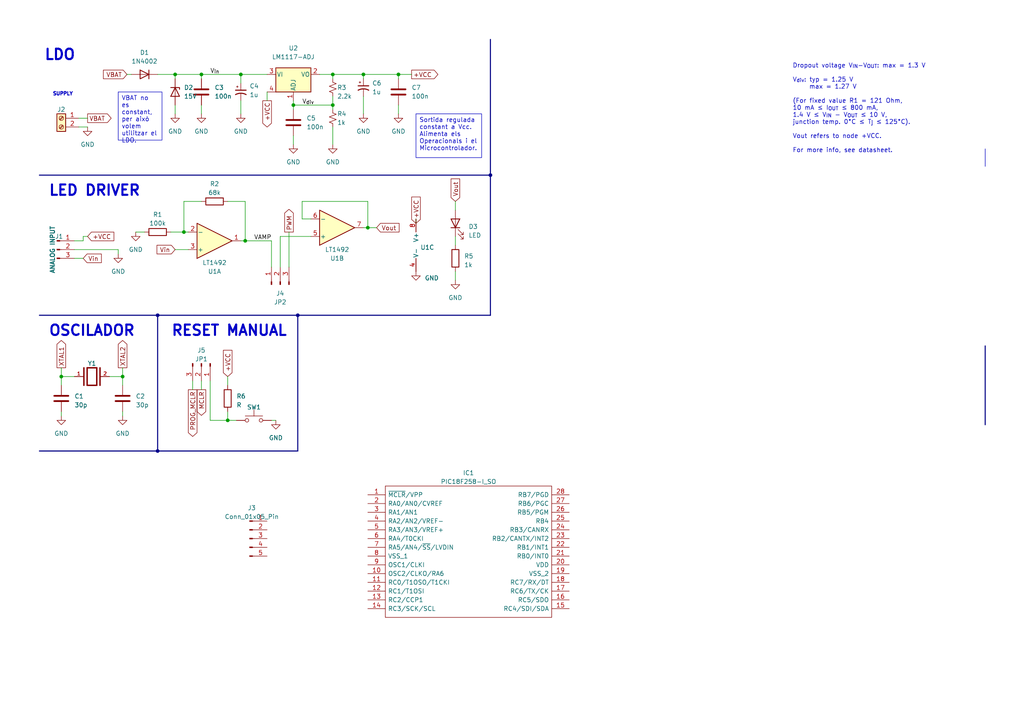
<source format=kicad_sch>
(kicad_sch (version 20230121) (generator eeschema)
  (paper "A4")
  (lib_symbols
    (symbol "ABLS2-16.000MHZ-D4Y-T:ABLS2-16.000MHZ-D4Y-T" (pin_names (offset 1.016))
      (property "Reference" "Y" (at -5.0878 3.8159 0))
      (property "Value" "ABLS2-16.000MHZ-D4Y-T" (at -5.0944 -5.0944 0))
      (symbol "ABLS2-16.000MHZ-D4Y-T_0_0"
        (polyline (pts (xy -2.3368 2.54) (xy -2.3368 -2.54)) (stroke (width 0.4064)))
        (polyline (pts (xy -1.397 2.54) (xy -1.397 -2.54)) (stroke (width 0.4064)))
        (polyline (pts (xy -1.397 2.54) (xy 1.397 2.54)) (stroke (width 0.4064)))
        (polyline (pts (xy 1.397 -2.54) (xy -1.397 -2.54)) (stroke (width 0.4064)))
        (polyline (pts (xy 1.397 2.54) (xy 1.397 -2.54)) (stroke (width 0.4064)))
        (polyline (pts (xy 2.3368 2.54) (xy 2.3368 -2.54)) (stroke (width 0.4064)))
        (pin passive line (at -5.08 0 0) (length 2.54) (name "~") (number "1"))
        (pin passive line (at 5.08 0 180) (length 2.54) (name "~") (number "2"))
      )
    )
    (symbol "Amplifier_Operational:LT1492" (pin_names (offset 0.127))
      (property "Reference" "U" (at 0 5.08 0))
      (property "Value" "LT1492" (at 0 -5.08 0))
      (symbol "LT1492_1_1"
        (polyline (pts (xy -5.08 5.08) (xy 5.08 0) (xy -5.08 -5.08) (xy -5.08 5.08)) (stroke (width 0.254)) (fill (type background)))
        (pin output line (at 7.62 0 180) (length 2.54) (name "~") (number "1"))
        (pin input line (at -7.62 -2.54 0) (length 2.54) (name "-") (number "2"))
        (pin input line (at -7.62 2.54 0) (length 2.54) (name "+") (number "3"))
      )
      (symbol "LT1492_2_1"
        (polyline (pts (xy -5.08 5.08) (xy 5.08 0) (xy -5.08 -5.08) (xy -5.08 5.08)) (stroke (width 0.254)) (fill (type background)))
        (pin input line (at -7.62 2.54 0) (length 2.54) (name "+") (number "5"))
        (pin input line (at -7.62 -2.54 0) (length 2.54) (name "-") (number "6"))
        (pin output line (at 7.62 0 180) (length 2.54) (name "~") (number "7"))
      )
      (symbol "LT1492_3_1"
        (pin power_in line (at -2.54 -7.62 90) (length 3.81) (name "V-") (number "4"))
        (pin power_in line (at -2.54 7.62 270) (length 3.81) (name "V+") (number "8"))
      )
    )
    (symbol "Connector:Conn_01x03_Pin" (pin_names (offset 1.016) hide)
      (property "Reference" "J" (at 0 5.08 0))
      (property "Value" "Conn_01x03_Pin" (at 0 -5.08 0))
      (symbol "Conn_01x03_Pin_1_1"
        (polyline (pts (xy 1.27 -2.54) (xy 0.8636 -2.54)) (stroke (width 0.1524)))
        (polyline (pts (xy 1.27 0) (xy 0.8636 0)) (stroke (width 0.1524)))
        (polyline (pts (xy 1.27 2.54) (xy 0.8636 2.54)) (stroke (width 0.1524)))
        (rectangle (start 0.8636 -2.413) (end 0 -2.667) (stroke (width 0.1524)) (fill (type outline)))
        (rectangle (start 0.8636 0.127) (end 0 -0.127) (stroke (width 0.1524)) (fill (type outline)))
        (rectangle (start 0.8636 2.667) (end 0 2.413) (stroke (width 0.1524)) (fill (type outline)))
        (pin passive line (at 5.08 2.54 180) (length 3.81) (name "Pin_1") (number "1"))
        (pin passive line (at 5.08 0 180) (length 3.81) (name "Pin_2") (number "2"))
        (pin passive line (at 5.08 -2.54 180) (length 3.81) (name "Pin_3") (number "3"))
      )
    )
    (symbol "Connector:Conn_01x05_Pin" (pin_names (offset 1.016) hide)
      (property "Reference" "J" (at 0 7.62 0))
      (property "Value" "Conn_01x05_Pin" (at 0 -7.62 0))
      (symbol "Conn_01x05_Pin_1_1"
        (polyline (pts (xy 1.27 -5.08) (xy 0.8636 -5.08)) (stroke (width 0.1524)))
        (polyline (pts (xy 1.27 -2.54) (xy 0.8636 -2.54)) (stroke (width 0.1524)))
        (polyline (pts (xy 1.27 0) (xy 0.8636 0)) (stroke (width 0.1524)))
        (polyline (pts (xy 1.27 2.54) (xy 0.8636 2.54)) (stroke (width 0.1524)))
        (polyline (pts (xy 1.27 5.08) (xy 0.8636 5.08)) (stroke (width 0.1524)))
        (rectangle (start 0.8636 -4.953) (end 0 -5.207) (stroke (width 0.1524)) (fill (type outline)))
        (rectangle (start 0.8636 -2.413) (end 0 -2.667) (stroke (width 0.1524)) (fill (type outline)))
        (rectangle (start 0.8636 0.127) (end 0 -0.127) (stroke (width 0.1524)) (fill (type outline)))
        (rectangle (start 0.8636 2.667) (end 0 2.413) (stroke (width 0.1524)) (fill (type outline)))
        (rectangle (start 0.8636 5.207) (end 0 4.953) (stroke (width 0.1524)) (fill (type outline)))
        (pin passive line (at 5.08 5.08 180) (length 3.81) (name "Pin_1") (number "1"))
        (pin passive line (at 5.08 2.54 180) (length 3.81) (name "Pin_2") (number "2"))
        (pin passive line (at 5.08 0 180) (length 3.81) (name "Pin_3") (number "3"))
        (pin passive line (at 5.08 -2.54 180) (length 3.81) (name "Pin_4") (number "4"))
        (pin passive line (at 5.08 -5.08 180) (length 3.81) (name "Pin_5") (number "5"))
      )
    )
    (symbol "Connector:Screw_Terminal_01x02" (pin_names (offset 1.016) hide)
      (property "Reference" "J" (at 0 2.54 0))
      (property "Value" "Screw_Terminal_01x02" (at 0 -5.08 0))
      (symbol "Screw_Terminal_01x02_1_1"
        (rectangle (start -1.27 1.27) (end 1.27 -3.81) (stroke (width 0.254)) (fill (type background)))
        (circle (center 0 -2.54) (radius 0.635) (stroke (width 0.1524)))
        (polyline (pts (xy -0.5334 -2.2098) (xy 0.3302 -3.048)) (stroke (width 0.1524)))
        (polyline (pts (xy -0.5334 0.3302) (xy 0.3302 -0.508)) (stroke (width 0.1524)))
        (polyline (pts (xy -0.3556 -2.032) (xy 0.508 -2.8702)) (stroke (width 0.1524)))
        (polyline (pts (xy -0.3556 0.508) (xy 0.508 -0.3302)) (stroke (width 0.1524)))
        (circle (center 0 0) (radius 0.635) (stroke (width 0.1524)))
        (pin passive line (at -5.08 0 0) (length 3.81) (name "Pin_1") (number "1"))
        (pin passive line (at -5.08 -2.54 0) (length 3.81) (name "Pin_2") (number "2"))
      )
    )
    (symbol "Device:C" (pin_numbers hide) (pin_names (offset 0.254))
      (property "Reference" "C" (at 0.635 2.54 0))
      (property "Value" "C" (at 0.635 -2.54 0))
      (symbol "C_0_1"
        (polyline (pts (xy -2.032 -0.762) (xy 2.032 -0.762)) (stroke (width 0.508)))
        (polyline (pts (xy -2.032 0.762) (xy 2.032 0.762)) (stroke (width 0.508)))
      )
      (symbol "C_1_1"
        (pin passive line (at 0 3.81 270) (length 2.794) (name "~") (number "1"))
        (pin passive line (at 0 -3.81 90) (length 2.794) (name "~") (number "2"))
      )
    )
    (symbol "Device:C_Polarized_Small_US" (pin_numbers hide) (pin_names (offset 0.254) hide)
      (property "Reference" "C" (at 0.254 1.778 0))
      (property "Value" "C_Polarized_Small_US" (at 0.254 -2.032 0))
      (symbol "C_Polarized_Small_US_0_1"
        (polyline (pts (xy -1.524 0.508) (xy 1.524 0.508)) (stroke (width 0.3048)))
        (polyline (pts (xy -1.27 1.524) (xy -0.762 1.524)))
        (polyline (pts (xy -1.016 1.27) (xy -1.016 1.778)))
        (arc (start 1.524 -0.762) (mid 0 -0.3734) (end -1.524 -0.762) (stroke (width 0.3048)))
      )
      (symbol "C_Polarized_Small_US_1_1"
        (pin passive line (at 0 2.54 270) (length 2.032) (name "~") (number "1"))
        (pin passive line (at 0 -2.54 90) (length 2.032) (name "~") (number "2"))
      )
    )
    (symbol "Device:D_Zener" (pin_numbers hide) (pin_names (offset 1.016) hide)
      (property "Reference" "D" (at 0 2.54 0))
      (property "Value" "D_Zener" (at 0 -2.54 0))
      (symbol "D_Zener_0_1"
        (polyline (pts (xy 1.27 0) (xy -1.27 0)))
        (polyline (pts (xy -1.27 -1.27) (xy -1.27 1.27) (xy -0.762 1.27)) (stroke (width 0.254)))
        (polyline (pts (xy 1.27 -1.27) (xy 1.27 1.27) (xy -1.27 0) (xy 1.27 -1.27)) (stroke (width 0.254)))
      )
      (symbol "D_Zener_1_1"
        (pin passive line (at -3.81 0 0) (length 2.54) (name "K") (number "1"))
        (pin passive line (at 3.81 0 180) (length 2.54) (name "A") (number "2"))
      )
    )
    (symbol "Device:LED" (pin_numbers hide) (pin_names (offset 1.016) hide)
      (property "Reference" "D" (at 0 2.54 0))
      (property "Value" "LED" (at 0 -2.54 0))
      (symbol "LED_0_1"
        (polyline (pts (xy -1.27 -1.27) (xy -1.27 1.27)) (stroke (width 0.254)))
        (polyline (pts (xy -1.27 0) (xy 1.27 0)))
        (polyline (pts (xy 1.27 -1.27) (xy 1.27 1.27) (xy -1.27 0) (xy 1.27 -1.27)) (stroke (width 0.254)))
        (polyline (pts (xy -3.048 -0.762) (xy -4.572 -2.286) (xy -3.81 -2.286) (xy -4.572 -2.286) (xy -4.572 -1.524)))
        (polyline (pts (xy -1.778 -0.762) (xy -3.302 -2.286) (xy -2.54 -2.286) (xy -3.302 -2.286) (xy -3.302 -1.524)))
      )
      (symbol "LED_1_1"
        (pin passive line (at -3.81 0 0) (length 2.54) (name "K") (number "1"))
        (pin passive line (at 3.81 0 180) (length 2.54) (name "A") (number "2"))
      )
    )
    (symbol "Device:R" (pin_numbers hide) (pin_names (offset 0))
      (property "Reference" "R" (at 2.032 0 90))
      (property "Value" "R" (at 0 0 90))
      (symbol "R_0_1"
        (rectangle (start -1.016 -2.54) (end 1.016 2.54) (stroke (width 0.254)))
      )
      (symbol "R_1_1"
        (pin passive line (at 0 3.81 270) (length 1.27) (name "~") (number "1"))
        (pin passive line (at 0 -3.81 90) (length 1.27) (name "~") (number "2"))
      )
    )
    (symbol "Device:R_Small_US" (pin_numbers hide) (pin_names (offset 0.254) hide)
      (property "Reference" "R" (at 0.762 0.508 0))
      (property "Value" "R_Small_US" (at 0.762 -1.016 0))
      (symbol "R_Small_US_1_1"
        (polyline (pts (xy 0 0) (xy 1.016 -0.381) (xy 0 -0.762) (xy -1.016 -1.143) (xy 0 -1.524)))
        (polyline (pts (xy 0 1.524) (xy 1.016 1.143) (xy 0 0.762) (xy -1.016 0.381) (xy 0 0)))
        (pin passive line (at 0 2.54 270) (length 1.016) (name "~") (number "1"))
        (pin passive line (at 0 -2.54 90) (length 1.016) (name "~") (number "2"))
      )
    )
    (symbol "Diode:1N4002" (pin_numbers hide) (pin_names hide)
      (property "Reference" "D" (at 0 2.54 0))
      (property "Value" "1N4002" (at 0 -2.54 0))
      (symbol "1N4002_0_1"
        (polyline (pts (xy -1.27 1.27) (xy -1.27 -1.27)) (stroke (width 0.254)))
        (polyline (pts (xy 1.27 0) (xy -1.27 0)))
        (polyline (pts (xy 1.27 1.27) (xy 1.27 -1.27) (xy -1.27 0) (xy 1.27 1.27)) (stroke (width 0.254)))
      )
      (symbol "1N4002_1_1"
        (pin passive line (at -3.81 0 0) (length 2.54) (name "K") (number "1"))
        (pin passive line (at 3.81 0 180) (length 2.54) (name "A") (number "2"))
      )
    )
    (symbol "PIC18F258-I_SO:PIC18F258-I_SO" (pin_names (offset 0.762))
      (property "Reference" "IC" (at 54.61 7.62 0))
      (property "Value" "PIC18F258-I_SO" (at 54.61 5.08 0))
      (symbol "PIC18F258-I_SO_0_0"
        (pin passive line (at 0 0 0) (length 5.08) (name "~{MCLR}/VPP") (number "1"))
        (pin passive line (at 0 -22.86 0) (length 5.08) (name "OSC2/CLKO/RA6") (number "10"))
        (pin passive line (at 0 -25.4 0) (length 5.08) (name "RC0/T1OSO/T1CKI") (number "11"))
        (pin passive line (at 0 -27.94 0) (length 5.08) (name "RC1/T1OSI") (number "12"))
        (pin passive line (at 0 -30.48 0) (length 5.08) (name "RC2/CCP1") (number "13"))
        (pin passive line (at 0 -33.02 0) (length 5.08) (name "RC3/SCK/SCL") (number "14"))
        (pin passive line (at 58.42 -33.02 180) (length 5.08) (name "RC4/SDI/SDA") (number "15"))
        (pin passive line (at 58.42 -30.48 180) (length 5.08) (name "RC5/SDO") (number "16"))
        (pin passive line (at 58.42 -27.94 180) (length 5.08) (name "RC6/TX/CK") (number "17"))
        (pin passive line (at 58.42 -25.4 180) (length 5.08) (name "RC7/RX/DT") (number "18"))
        (pin passive line (at 58.42 -22.86 180) (length 5.08) (name "VSS_2") (number "19"))
        (pin passive line (at 0 -2.54 0) (length 5.08) (name "RA0/AN0/CVREF") (number "2"))
        (pin passive line (at 58.42 -20.32 180) (length 5.08) (name "VDD") (number "20"))
        (pin passive line (at 58.42 -17.78 180) (length 5.08) (name "RB0/INT0") (number "21"))
        (pin passive line (at 58.42 -15.24 180) (length 5.08) (name "RB1/INT1") (number "22"))
        (pin passive line (at 58.42 -12.7 180) (length 5.08) (name "RB2/CANTX/INT2") (number "23"))
        (pin passive line (at 58.42 -10.16 180) (length 5.08) (name "RB3/CANRX") (number "24"))
        (pin passive line (at 58.42 -7.62 180) (length 5.08) (name "RB4") (number "25"))
        (pin passive line (at 58.42 -5.08 180) (length 5.08) (name "RB5/PGM") (number "26"))
        (pin passive line (at 58.42 -2.54 180) (length 5.08) (name "RB6/PGC") (number "27"))
        (pin passive line (at 58.42 0 180) (length 5.08) (name "RB7/PGD") (number "28"))
        (pin passive line (at 0 -5.08 0) (length 5.08) (name "RA1/AN1") (number "3"))
        (pin passive line (at 0 -7.62 0) (length 5.08) (name "RA2/AN2/VREF-") (number "4"))
        (pin passive line (at 0 -10.16 0) (length 5.08) (name "RA3/AN3/VREF+") (number "5"))
        (pin passive line (at 0 -12.7 0) (length 5.08) (name "RA4/T0CKI") (number "6"))
        (pin passive line (at 0 -15.24 0) (length 5.08) (name "RA5/AN4/~{SS}/LVDIN") (number "7"))
        (pin passive line (at 0 -17.78 0) (length 5.08) (name "VSS_1") (number "8"))
        (pin passive line (at 0 -20.32 0) (length 5.08) (name "OSC1/CLKI") (number "9"))
      )
      (symbol "PIC18F258-I_SO_0_1"
        (polyline (pts (xy 5.08 2.54) (xy 53.34 2.54) (xy 53.34 -35.56) (xy 5.08 -35.56) (xy 5.08 2.54)) (stroke (width 0.1524)))
      )
    )
    (symbol "Regulator_Linear:LM1117-ADJ" (pin_names (offset 0.254))
      (property "Reference" "U2" (at 0 7.62 0))
      (property "Value" "LM1117-ADJ" (at 0 5.08 0))
      (symbol "LM1117-ADJ_0_1"
        (rectangle (start -5.08 -5.08) (end 5.08 1.905) (stroke (width 0.254)) (fill (type background)))
      )
      (symbol "LM1117-ADJ_1_1"
        (pin input line (at 0 -7.62 90) (length 2.54) (name "ADJ") (number "1"))
        (pin power_out line (at 7.62 0 180) (length 2.54) (name "VO") (number "2"))
        (pin power_in line (at -7.62 0 0) (length 2.54) (name "VI") (number "3"))
        (pin passive line (at -7.62 -5.08 0) (length 2.54) (name "") (number "4"))
      )
    )
    (symbol "Switch:SW_Push" (pin_numbers hide) (pin_names (offset 1.016) hide)
      (property "Reference" "SW" (at 1.27 2.54 0))
      (property "Value" "SW_Push" (at 0 -1.524 0))
      (symbol "SW_Push_0_1"
        (circle (center -2.032 0) (radius 0.508))
        (polyline (pts (xy 0 1.27) (xy 0 3.048)))
        (polyline (pts (xy 2.54 1.27) (xy -2.54 1.27)))
        (circle (center 2.032 0) (radius 0.508))
        (pin passive line (at -5.08 0 0) (length 2.54) (name "1") (number "1"))
        (pin passive line (at 5.08 0 180) (length 2.54) (name "2") (number "2"))
      )
    )
    (symbol "power:GND" (power) (pin_names (offset 0))
      (property "Value" "GND" (at 0 -3.81 0))
      (symbol "GND_0_1"
        (polyline (pts (xy 0 0) (xy 0 -1.27) (xy 1.27 -1.27) (xy 0 -2.54) (xy -1.27 -1.27) (xy 0 -1.27)))
      )
      (symbol "GND_1_1"
        (pin power_in line (at 0 0 270) (length 0) hide (name "GND") (number "1"))
      )
    )
  )
  (junction (at 71.12 69.85))
  (junction (at 45.72 130.81))
  (junction (at 142.24 50.8))
  (junction (at 96.52 21.59))
  (junction (at 53.34 67.31))
  (junction (at 106.68 66.04))
  (junction (at 85.09 30.48))
  (junction (at 96.52 30.48))
  (junction (at 86.36 91.44))
  (junction (at 66.04 121.92))
  (junction (at 69.85 21.59))
  (junction (at 50.8 21.59))
  (junction (at 17.78 109.22))
  (junction (at 58.42 21.59))
  (junction (at 35.56 109.22))
  (junction (at 115.57 21.59))
  (junction (at 45.72 91.44))
  (junction (at 105.41 21.59))
  (wire (pts (xy 81.28 68.58) (xy 81.28 77.47)))
  (bus (pts (xy 142.24 11.43) (xy 142.24 50.8)))
  (wire (pts (xy 34.29 72.39) (xy 34.29 73.66)))
  (wire (pts (xy 50.8 72.39) (xy 54.61 72.39)))
  (wire (pts (xy 96.52 21.59) (xy 96.52 22.86)))
  (wire (pts (xy 24.13 69.85) (xy 24.13 68.58)))
  (wire (pts (xy 69.85 69.85) (xy 71.12 69.85)))
  (wire (pts (xy 54.61 67.31) (xy 53.34 67.31)))
  (wire (pts (xy 60.96 110.49) (xy 60.96 121.92)))
  (wire (pts (xy 35.56 109.22) (xy 35.56 111.76)))
  (wire (pts (xy 115.57 21.59) (xy 119.38 21.59)))
  (bus (pts (xy 45.72 91.44) (xy 86.36 91.44)))
  (wire (pts (xy 69.85 21.59) (xy 77.47 21.59)))
  (wire (pts (xy 106.68 58.42) (xy 106.68 66.04)))
  (bus (pts (xy 11.43 130.81) (xy 45.72 130.81)))
  (wire (pts (xy 96.52 21.59) (xy 105.41 21.59)))
  (wire (pts (xy 78.74 69.85) (xy 78.74 77.47)))
  (wire (pts (xy 17.78 109.22) (xy 17.78 111.76)))
  (wire (pts (xy 50.8 21.59) (xy 50.8 22.86)))
  (wire (pts (xy 105.41 21.59) (xy 115.57 21.59)))
  (wire (pts (xy 31.75 109.22) (xy 35.56 109.22)))
  (wire (pts (xy 105.41 27.94) (xy 105.41 33.02)))
  (wire (pts (xy 53.34 58.42) (xy 58.42 58.42)))
  (bus (pts (xy 285.75 100.33) (xy 285.75 123.19)))
  (wire (pts (xy 17.78 119.38) (xy 17.78 120.65)))
  (bus (pts (xy 86.36 91.44) (xy 86.36 130.81)))
  (wire (pts (xy 115.57 21.59) (xy 115.57 22.86)))
  (bus (pts (xy 142.24 50.8) (xy 142.24 91.44)))
  (wire (pts (xy 60.96 121.92) (xy 66.04 121.92)))
  (wire (pts (xy 96.52 30.48) (xy 96.52 31.75)))
  (wire (pts (xy 17.78 109.22) (xy 21.59 109.22)))
  (wire (pts (xy 106.68 66.04) (xy 109.22 66.04)))
  (wire (pts (xy 66.04 111.76) (xy 66.04 109.22)))
  (wire (pts (xy 35.56 119.38) (xy 35.56 120.65)))
  (wire (pts (xy 58.42 21.59) (xy 69.85 21.59)))
  (wire (pts (xy 77.47 29.21) (xy 77.47 26.67)))
  (bus (pts (xy 11.43 50.8) (xy 142.24 50.8)))
  (wire (pts (xy 55.88 110.49) (xy 55.88 113.03)))
  (wire (pts (xy 115.57 30.48) (xy 115.57 33.02)))
  (wire (pts (xy 87.63 58.42) (xy 87.63 63.5)))
  (bus (pts (xy 86.36 91.44) (xy 142.24 91.44)))
  (wire (pts (xy 87.63 58.42) (xy 106.68 58.42)))
  (bus (pts (xy 45.72 130.81) (xy 86.36 130.81)))
  (wire (pts (xy 83.82 67.31) (xy 83.82 77.47)))
  (wire (pts (xy 105.41 66.04) (xy 106.68 66.04)))
  (wire (pts (xy 71.12 58.42) (xy 71.12 69.85)))
  (wire (pts (xy 17.78 106.68) (xy 17.78 109.22)))
  (bus (pts (xy 45.72 91.44) (xy 45.72 130.81)))
  (wire (pts (xy 120.65 64.77) (xy 120.65 63.5)))
  (wire (pts (xy 69.85 29.21) (xy 69.85 33.02)))
  (wire (pts (xy 24.13 68.58) (xy 25.4 68.58)))
  (wire (pts (xy 66.04 58.42) (xy 71.12 58.42)))
  (wire (pts (xy 96.52 36.83) (xy 96.52 41.91)))
  (bus (pts (xy 11.43 91.44) (xy 45.72 91.44)))
  (wire (pts (xy 21.59 69.85) (xy 24.13 69.85)))
  (wire (pts (xy 81.28 68.58) (xy 90.17 68.58)))
  (wire (pts (xy 85.09 29.21) (xy 85.09 30.48)))
  (wire (pts (xy 85.09 30.48) (xy 85.09 31.75)))
  (wire (pts (xy 78.74 121.92) (xy 80.01 121.92)))
  (wire (pts (xy 58.42 110.49) (xy 58.42 113.03)))
  (wire (pts (xy 36.83 21.59) (xy 38.1 21.59)))
  (wire (pts (xy 49.53 67.31) (xy 53.34 67.31)))
  (wire (pts (xy 50.8 21.59) (xy 58.42 21.59)))
  (wire (pts (xy 21.59 72.39) (xy 34.29 72.39)))
  (wire (pts (xy 85.09 30.48) (xy 96.52 30.48)))
  (wire (pts (xy 35.56 106.68) (xy 35.56 109.22)))
  (wire (pts (xy 25.4 34.29) (xy 22.86 34.29)))
  (wire (pts (xy 90.17 63.5) (xy 87.63 63.5)))
  (wire (pts (xy 71.12 69.85) (xy 78.74 69.85)))
  (wire (pts (xy 96.52 27.94) (xy 96.52 30.48)))
  (wire (pts (xy 21.59 74.93) (xy 24.13 74.93)))
  (wire (pts (xy 39.37 67.31) (xy 41.91 67.31)))
  (polyline (pts (xy 285.75 43.18) (xy 285.75 48.26)))
  (wire (pts (xy 105.41 21.59) (xy 105.41 22.86)))
  (wire (pts (xy 66.04 121.92) (xy 68.58 121.92)))
  (wire (pts (xy 69.85 21.59) (xy 69.85 24.13)))
  (wire (pts (xy 85.09 39.37) (xy 85.09 41.91)))
  (wire (pts (xy 58.42 21.59) (xy 58.42 22.86)))
  (wire (pts (xy 66.04 121.92) (xy 66.04 119.38)))
  (wire (pts (xy 45.72 21.59) (xy 50.8 21.59)))
  (wire (pts (xy 25.4 36.83) (xy 22.86 36.83)))
  (wire (pts (xy 132.08 58.42) (xy 132.08 60.96)))
  (wire (pts (xy 132.08 78.74) (xy 132.08 81.28)))
  (wire (pts (xy 50.8 30.48) (xy 50.8 33.02)))
  (wire (pts (xy 53.34 67.31) (xy 53.34 58.42)))
  (wire (pts (xy 132.08 68.58) (xy 132.08 71.12)))
  (wire (pts (xy 58.42 30.48) (xy 58.42 33.02)))
  (wire (pts (xy 92.71 21.59) (xy 96.52 21.59)))
  (text_box "VBAT no es constant, per això volem utilitzar el LDO." (at 34.29 26.67 0) (size 12.7 13.97) (effects (font (size 1.27 1.27)) (justify left top)))
  (text_box "Sortida regulada constant a Vcc. Alimenta els Operacionals i el Microcontrolador." (at 120.65 33.02 0) (size 19.05 12.7) (effects (font (size 1.27 1.27)) (justify left top)))
  (text "Dropout voltage V_{IN}-V_{OUT}: max = 1.3 V\n\nV_{div}: typ = 1.25 V\n	max = 1.27 V\n\n(For fixed value R1 = 121 Ohm,\n10 mA ≤ I_{OUT} ≤ 800 mA,\n1.4 V ≤ V_{IN} - V_{OUT} ≤ 10 V,\njunction temp. 0°C ≤ T_{j} ≤ 125°C).\n\nVout refers to node +VCC.\n\nFor more info, see datasheet." (at 229.87 44.45 0) (effects (font (size 1.27 1.27)) (justify left bottom)))
  (text "RESET MANUAL" (at 49.53 97.79 0) (effects (font (size 3 3) bold) (justify left bottom)))
  (text "OSCILADOR" (at 13.97 97.79 0) (effects (font (size 3 3) bold) (justify left bottom)))
  (text "SUPPLY" (at 15.24 27.94 0) (effects (font (size 1 1) (thickness 0.6) bold) (justify left bottom)))
  (text "LED DRIVER" (at 13.97 57.15 0) (effects (font (size 3 3) bold) (justify left bottom)))
  (text "LDO" (at 12.7 17.78 0) (effects (font (size 3 3) bold) (justify left bottom)))
  (label "V_{in}" (at 60.96 21.59 0))
  (label "VAMP" (at 73.66 69.85 0))
  (label "V_{div}" (at 87.63 30.48 0))
  (global_label "PWM" (shape output) (at 83.82 67.31 90) (property "Intersheetrefs" "${INTERSHEET_REFS}" (effects hide)))
  (global_label "XTAL1" (shape output) (at 17.78 106.68 90) (property "Intersheetrefs" "${INTERSHEET_REFS}" (effects hide)))
  (global_label "VBAT" (shape input) (at 36.83 21.59 180) (property "Intersheetrefs" "${INTERSHEET_REFS}" (effects hide)))
  (global_label "+VCC" (shape output) (at 119.38 21.59 0) (property "Intersheetrefs" "${INTERSHEET_REFS}" (effects hide)))
  (global_label "MCLR" (shape output) (at 58.42 113.03 270) (property "Intersheetrefs" "${INTERSHEET_REFS}" (effects hide)))
  (global_label "XTAL2" (shape output) (at 35.56 106.68 90) (property "Intersheetrefs" "${INTERSHEET_REFS}" (effects hide)))
  (global_label "+VCC" (shape input) (at 66.04 109.22 90) (property "Intersheetrefs" "${INTERSHEET_REFS}" (effects hide)))
  (global_label "PROG_MCLR" (shape output) (at 55.88 113.03 270) (property "Intersheetrefs" "${INTERSHEET_REFS}" (effects hide)))
  (global_label "Vin" (shape input) (at 50.8 72.39 180) (property "Intersheetrefs" "${INTERSHEET_REFS}" (effects hide)))
  (global_label "Vin" (shape input) (at 24.13 74.93 0) (property "Intersheetrefs" "${INTERSHEET_REFS}" (effects hide)))
  (global_label "+VCC" (shape input) (at 120.65 64.77 90) (property "Intersheetrefs" "${INTERSHEET_REFS}" (effects hide)))
  (global_label "Vout" (shape input) (at 132.08 58.42 90) (property "Intersheetrefs" "${INTERSHEET_REFS}" (effects hide)))
  (global_label "VBAT" (shape output) (at 25.4 34.29 0) (property "Intersheetrefs" "${INTERSHEET_REFS}" (effects hide)))
  (global_label "+VCC" (shape output) (at 77.47 29.21 270) (property "Intersheetrefs" "${INTERSHEET_REFS}" (effects hide)))
  (global_label "Vout" (shape input) (at 109.22 66.04 0) (property "Intersheetrefs" "${INTERSHEET_REFS}" (effects hide)))
  (global_label "+VCC" (shape input) (at 25.4 68.58 0) (property "Intersheetrefs" "${INTERSHEET_REFS}" (effects hide)))
  (symbol (lib_id "power:GND") (at 17.78 120.65 0) (unit 1)
    (property "Reference" "#PWR01" (effects hide))
    (property "Value" "GND" (at 17.78 125.73 0))
  )
  (symbol (lib_id "power:GND") (at 120.65 78.74 0) (unit 1)
    (property "Reference" "#PWR06" (effects hide))
    (property "Value" "GND" (at 123.19 80.645 0) (effects (justify left)))
  )
  (symbol (lib_id "power:GND") (at 35.56 120.65 0) (unit 1)
    (property "Reference" "#PWR02" (effects hide))
    (property "Value" "GND" (at 35.56 125.73 0))
  )
  (symbol (lib_id "Connector:Conn_01x03_Pin") (at 81.28 82.55 90) (unit 1)
    (property "Reference" "J4" (at 81.28 85.09 90))
    (property "Value" "JP2" (at 81.28 87.63 90))
  )
  (symbol (lib_id "Device:C") (at 85.09 35.56 0) (unit 1)
    (property "Reference" "C5" (at 88.9 34.2899 0) (effects (justify left)))
    (property "Value" "100n" (at 88.9 36.8299 0) (effects (justify left)))
    (property "Footprint" "Capacitor_SMD:C_0805_2012Metric" (effects hide))
  )
  (symbol (lib_id "power:GND") (at 25.4 36.83 0) (unit 1)
    (property "Reference" "#PWR03" (effects hide))
    (property "Value" "GND" (at 25.4 41.91 0))
  )
  (symbol (lib_id "power:GND") (at 50.8 33.02 0) (unit 1)
    (property "Reference" "#PWR05" (effects hide))
    (property "Value" "GND" (at 50.8 38.1 0))
  )
  (symbol (lib_id "Amplifier_Operational:LT1492") (at 97.79 66.04 0) (mirror x) (unit 2)
    (property "Reference" "U1" (at 97.79 74.93 0))
    (property "Value" "LT1492" (at 97.79 72.39 0))
    (property "Footprint" "Package_SO:SOIC-8_3.9x4.9mm_P1.27mm" (effects hide))
    (property "Datasheet" "https://www.analog.com/media/en/technical-documentation/data-sheets/14923f.pdf" (effects hide))
  )
  (symbol (lib_id "Device:C") (at 17.78 115.57 0) (unit 1)
    (property "Reference" "C1" (at 21.59 114.935 0) (effects (justify left)))
    (property "Value" "30p" (at 21.59 117.475 0) (effects (justify left)))
    (property "Footprint" "Capacitor_SMD:C_0805_2012Metric" (effects hide))
  )
  (symbol (lib_id "Connector:Conn_01x03_Pin") (at 58.42 105.41 270) (unit 1)
    (property "Reference" "J5" (at 58.42 101.6 90))
    (property "Value" "JP1" (at 58.42 104.14 90))
  )
  (symbol (lib_id "Amplifier_Operational:LT1492") (at 123.19 71.12 0) (unit 3)
    (property "Reference" "U1" (at 121.92 71.755 0) (effects (justify left)))
    (property "Value" "LT1492" (effects hide))
    (property "Footprint" "Package_SO:SOIC-8_3.9x4.9mm_P1.27mm" (effects hide))
    (property "Datasheet" "https://www.analog.com/media/en/technical-documentation/data-sheets/14923f.pdf" (effects hide))
  )
  (symbol (lib_id "Diode:1N4002") (at 41.91 21.59 0) (mirror y) (unit 1)
    (property "Reference" "D1" (at 41.91 15.24 0))
    (property "Value" "1N4002" (at 41.91 17.78 0))
    (property "Footprint" "Diode_THT:D_DO-41_SOD81_P10.16mm_Horizontal" (effects hide))
    (property "Datasheet" "http://www.vishay.com/docs/88503/1n4001.pdf" (effects hide))
  )
  (symbol (lib_id "Device:R") (at 45.72 67.31 90) (unit 1)
    (property "Reference" "R1" (at 45.72 62.23 90))
    (property "Value" "100k" (at 45.72 64.77 90))
    (property "Footprint" "Resistor_SMD:R_1206_3216Metric" (effects hide))
  )
  (symbol (lib_id "ABLS2-16.000MHZ-D4Y-T:ABLS2-16.000MHZ-D4Y-T") (at 26.67 109.22 0) (unit 1)
    (property "Reference" "Y1" (at 26.67 105.41 0))
    (property "Value" "ABLS2-16.000MHZ-D4Y-T" (effects hide))
    (property "Footprint" "Oscillator:XTAL_ABLS2-16.000MHZ-D4Y-T" (effects hide))
    (property "PARTREV" "11.15.2016" (effects hide))
    (property "MAXIMUM_PACKAGE_HEIGHT" "3.3 mm" (effects hide))
    (property "STANDARD" "Manufacturer Recommendations" (effects hide))
    (property "MANUFACTURER" "Abracon" (effects hide))
  )
  (symbol (lib_id "power:GND") (at 85.09 41.91 0) (unit 1)
    (property "Reference" "#PWR09" (effects hide))
    (property "Value" "GND" (at 85.09 46.99 0))
  )
  (symbol (lib_id "Regulator_Linear:LM1117-ADJ") (at 85.09 21.59 0) (unit 1)
    (property "Reference" "U2" (at 85.09 13.97 0))
    (property "Value" "LM1117-ADJ" (at 85.09 16.51 0))
    (property "Footprint" "Package_TO_SOT_THT:TO-220-3_Horizontal_TabDown" (effects hide))
    (property "Datasheet" "http://www.ti.com/lit/ds/symlink/lm1117.pdf" (effects hide))
  )
  (symbol (lib_id "Device:LED") (at 132.08 64.77 90) (unit 1)
    (property "Reference" "D3" (at 135.89 65.7225 90) (effects (justify right)))
    (property "Value" "LED" (at 135.89 68.2625 90) (effects (justify right)))
    (property "Footprint" "Diode_THT:D_A-405_P2.54mm_Vertical_AnodeUp" (effects hide))
  )
  (symbol (lib_id "power:GND") (at 132.08 81.28 0) (unit 1)
    (property "Reference" "#PWR011" (effects hide))
    (property "Value" "GND" (at 132.08 86.36 0))
  )
  (symbol (lib_id "Device:R") (at 66.04 115.57 0) (unit 1)
    (property "Reference" "R6" (at 68.58 114.935 0) (effects (justify left)))
    (property "Value" "R" (at 68.58 117.475 0) (effects (justify left)))
  )
  (symbol (lib_id "Device:D_Zener") (at 50.8 26.67 270) (unit 1)
    (property "Reference" "D2" (at 53.34 25.3999 90) (effects (justify left)))
    (property "Value" "15V" (at 53.34 27.94 90) (effects (justify left)))
    (property "Footprint" "Diode_THT:D_5W_P5.08mm_Vertical_AnodeUp" (effects hide))
  )
  (symbol (lib_id "Device:C") (at 58.42 26.67 0) (unit 1)
    (property "Reference" "C3" (at 62.23 25.3999 0) (effects (justify left)))
    (property "Value" "100n" (at 62.23 27.9399 0) (effects (justify left)))
    (property "Footprint" "Capacitor_SMD:C_0805_2012Metric" (effects hide))
  )
  (symbol (lib_id "Device:C_Polarized_Small_US") (at 105.41 25.4 0) (unit 1)
    (property "Reference" "C6" (at 107.95 24.13 0) (effects (justify left)))
    (property "Value" "1u" (at 107.95 26.67 0) (effects (justify left)))
    (property "Footprint" "Capacitor_THT:C_Disc_D3.0mm_W1.6mm_P2.50mm" (effects hide))
  )
  (symbol (lib_id "Device:C_Polarized_Small_US") (at 69.85 26.67 0) (unit 1)
    (property "Reference" "C4" (at 72.39 24.9681 0) (effects (justify left)))
    (property "Value" "1u" (at 72.39 27.5081 0) (effects (justify left)))
    (property "Footprint" "Capacitor_THT:C_Disc_D3.0mm_W1.6mm_P2.50mm" (effects hide))
  )
  (symbol (lib_id "Device:R_Small_US") (at 96.52 25.4 0) (unit 1)
    (property "Reference" "R3" (at 97.79 25.4 0) (effects (justify left)))
    (property "Value" "2.2k" (at 97.79 27.94 0) (effects (justify left)))
    (property "Footprint" "Resistor_SMD:R_0805_2012Metric" (effects hide))
  )
  (symbol (lib_id "Connector:Screw_Terminal_01x02") (at 17.78 34.29 0) (mirror y) (unit 1)
    (property "Reference" "J2" (at 17.78 31.75 0))
    (property "Value" "Screw_Terminal_01x02" (effects hide))
    (property "Footprint" "Connector_PinSocket_2.54mm:PinSocket_1x02_P2.54mm_Vertical" (effects hide))
  )
  (symbol (lib_id "Connector:Conn_01x03_Pin") (at 16.51 72.39 0) (unit 1)
    (property "Reference" "J1" (at 17.145 68.58 0))
    (property "Value" "ANALOG INPUT" (at 15.24 72.39 90) (effects (font bold)))
  )
  (symbol (lib_id "Device:R") (at 62.23 58.42 90) (unit 1)
    (property "Reference" "R2" (at 62.23 53.34 90))
    (property "Value" "68k" (at 62.23 55.88 90))
    (property "Footprint" "Resistor_SMD:R_1206_3216Metric" (effects hide))
  )
  (symbol (lib_id "Device:C") (at 115.57 26.67 0) (unit 1)
    (property "Reference" "C7" (at 119.38 25.3999 0) (effects (justify left)))
    (property "Value" "100n" (at 119.38 27.9399 0) (effects (justify left)))
    (property "Footprint" "Capacitor_SMD:C_0805_2012Metric" (effects hide))
  )
  (symbol (lib_id "power:GND") (at 34.29 73.66 0) (unit 1)
    (property "Reference" "#PWR014" (effects hide))
    (property "Value" "GND" (at 34.29 78.74 0))
  )
  (symbol (lib_id "power:GND") (at 80.01 121.92 0) (unit 1)
    (property "Reference" "#PWR015" (effects hide))
    (property "Value" "GND" (at 80.01 127 0))
  )
  (symbol (lib_id "power:GND") (at 115.57 33.02 0) (unit 1)
    (property "Reference" "#PWR013" (effects hide))
    (property "Value" "GND" (at 115.57 38.1 0))
  )
  (symbol (lib_id "power:GND") (at 39.37 67.31 0) (unit 1)
    (property "Reference" "#PWR04" (effects hide))
    (property "Value" "GND" (at 39.37 72.39 0))
  )
  (symbol (lib_id "power:GND") (at 105.41 33.02 0) (unit 1)
    (property "Reference" "#PWR012" (effects hide))
    (property "Value" "GND" (at 105.41 38.1 0))
  )
  (symbol (lib_id "Connector:Conn_01x05_Pin") (at 72.39 156.21 0) (unit 1)
    (property "Reference" "J3" (at 73.025 147.32 0))
    (property "Value" "Conn_01x05_Pin" (at 73.025 149.86 0))
  )
  (symbol (lib_id "Device:C") (at 35.56 115.57 0) (unit 1)
    (property "Reference" "C2" (at 39.37 114.935 0) (effects (justify left)))
    (property "Value" "30p" (at 39.37 117.475 0) (effects (justify left)))
    (property "Footprint" "Capacitor_SMD:C_0805_2012Metric" (effects hide))
  )
  (symbol (lib_id "power:GND") (at 69.85 33.02 0) (unit 1)
    (property "Reference" "#PWR08" (effects hide))
    (property "Value" "GND" (at 69.85 38.1 0))
  )
  (symbol (lib_id "Amplifier_Operational:LT1492") (at 62.23 69.85 0) (mirror x) (unit 1)
    (property "Reference" "U1" (at 62.23 78.74 0))
    (property "Value" "LT1492" (at 62.23 76.2 0))
    (property "Footprint" "Package_SO:SOIC-8_3.9x4.9mm_P1.27mm" (effects hide))
    (property "Datasheet" "https://www.analog.com/media/en/technical-documentation/data-sheets/14923f.pdf" (effects hide))
  )
  (symbol (lib_id "Device:R") (at 132.08 74.93 0) (unit 1)
    (property "Reference" "R5" (at 134.62 74.295 0) (effects (justify left)))
    (property "Value" "1k" (at 134.62 76.835 0) (effects (justify left)))
    (property "Footprint" "Resistor_THT:R_Axial_DIN0204_L3.6mm_D1.6mm_P5.08mm_Horizontal" (effects hide))
  )
  (symbol (lib_id "Switch:SW_Push") (at 73.66 121.92 0) (unit 1)
    (property "Reference" "SW1" (at 73.66 118.11 0))
    (property "Value" "SW_Push" (effects hide))
  )
  (symbol (lib_id "Device:R_Small_US") (at 96.52 34.29 0) (unit 1)
    (property "Reference" "R4" (at 97.79 33.02 0) (effects (justify left)))
    (property "Value" "1k" (at 97.79 35.56 0) (effects (justify left)))
    (property "Footprint" "Resistor_SMD:R_0805_2012Metric" (effects hide))
  )
  (symbol (lib_id "power:GND") (at 96.52 41.91 0) (unit 1)
    (property "Reference" "#PWR010" (effects hide))
    (property "Value" "GND" (at 96.52 46.99 0))
  )
  (symbol (lib_id "power:GND") (at 58.42 33.02 0) (unit 1)
    (property "Reference" "#PWR07" (effects hide))
    (property "Value" "GND" (at 58.42 38.1 0))
  )
  (symbol (lib_id "PIC18F258-I_SO:PIC18F258-I_SO") (at 106.68 143.51 0) (unit 1)
    (property "Reference" "IC1" (at 135.89 137.16 0))
    (property "Value" "PIC18F258-I_SO" (at 135.89 139.7 0))
    (property "Footprint" "Package_SO:SOIC-28W_7.5x17.9mm_P1.27mm" (effects hide))
    (property "Datasheet" "https://datasheet.datasheetarchive.com/originals/distributors/Datasheets-35/DSA-681538.pdf" (effects hide))
    (property "Description" "Microcontroller,PIC18F258-I/SO 40MHz" (effects hide))
    (property "Height" "2.64" (effects hide))
    (property "Manufacturer_Name" "Microchip" (effects hide))
    (property "Manufacturer_Part_Number" "PIC18F258-I/SO" (effects hide))
    (property "Mouser Part Number" "579-PIC18F258-I/SO" (effects hide))
    (property "Mouser Price/Stock" "https://www.mouser.co.uk/ProductDetail/Microchip-Technology-Atmel/PIC18F258-I-SO?qs=uMUszenkLLJD5g8PY%252BN5ow%3D%3D" (effects hide))
    (property "Arrow Part Number" "PIC18F258-I/SO" (effects hide))
    (property "Arrow Price/Stock" "https://www.arrow.com/en/products/pic18f258-iso/microchip-technology" (effects hide))
  )
)
</source>
